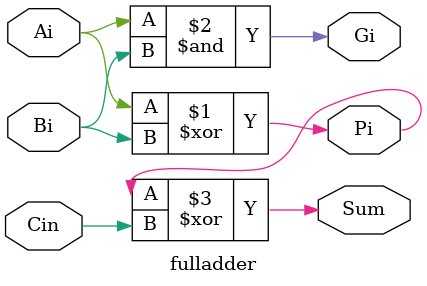
<source format=v>

module fulladder(


    // System Clock
    input        Ai,
    input        Bi,
    input       Cin,

    output      Sum,
    output      Gi,
    output      Pi
    // User Interface
    // Pi = A ^ B;
    // Gi = A & B;
);
/*******************************************************************************
 *                                 Main Code
*******************************************************************************/

    assign Pi = Ai ^ Bi;
    assign Gi = Ai & Bi;
    assign Sum = Pi ^ Cin;

endmodule
</source>
